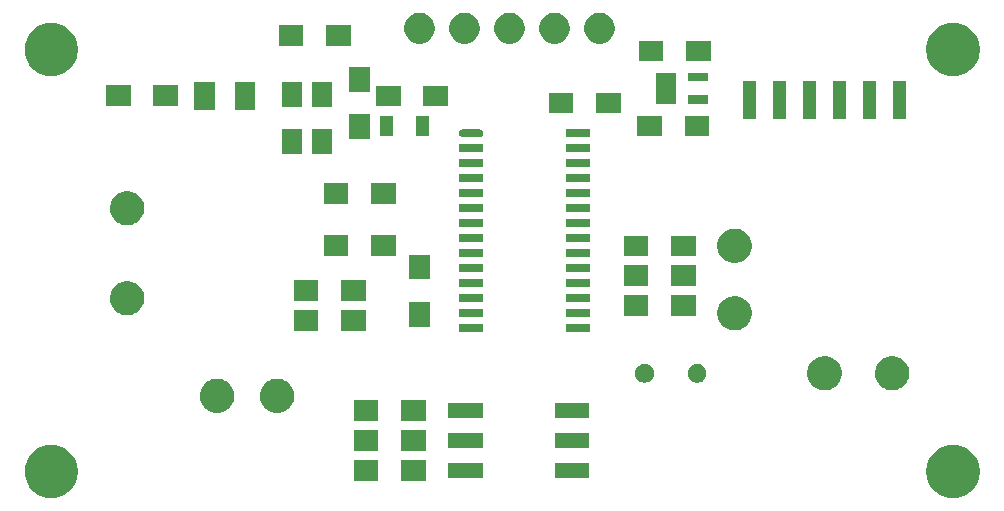
<source format=gbr>
G04 #@! TF.GenerationSoftware,KiCad,Pcbnew,5.0.2+dfsg1-1*
G04 #@! TF.CreationDate,2019-12-13T09:40:21+01:00*
G04 #@! TF.ProjectId,tof_sensor,746f665f-7365-46e7-936f-722e6b696361,1.0*
G04 #@! TF.SameCoordinates,Original*
G04 #@! TF.FileFunction,Soldermask,Top*
G04 #@! TF.FilePolarity,Negative*
%FSLAX46Y46*%
G04 Gerber Fmt 4.6, Leading zero omitted, Abs format (unit mm)*
G04 Created by KiCad (PCBNEW 5.0.2+dfsg1-1) date ven 13 déc 2019 09:40:21 CET*
%MOMM*%
%LPD*%
G01*
G04 APERTURE LIST*
%ADD10C,0.100000*%
G04 APERTURE END LIST*
D10*
G36*
X192793445Y-99446254D02*
X193141593Y-99515504D01*
X193551249Y-99685189D01*
X193919929Y-99931534D01*
X194233466Y-100245071D01*
X194479811Y-100613751D01*
X194649496Y-101023407D01*
X194700336Y-101279000D01*
X194736000Y-101458294D01*
X194736000Y-101901706D01*
X194718746Y-101988445D01*
X194649496Y-102336593D01*
X194479811Y-102746249D01*
X194233466Y-103114929D01*
X193919929Y-103428466D01*
X193551249Y-103674811D01*
X193141593Y-103844496D01*
X192793445Y-103913746D01*
X192706706Y-103931000D01*
X192263294Y-103931000D01*
X192176555Y-103913746D01*
X191828407Y-103844496D01*
X191418751Y-103674811D01*
X191050071Y-103428466D01*
X190736534Y-103114929D01*
X190490189Y-102746249D01*
X190320504Y-102336593D01*
X190251254Y-101988445D01*
X190234000Y-101901706D01*
X190234000Y-101458294D01*
X190269664Y-101279000D01*
X190320504Y-101023407D01*
X190490189Y-100613751D01*
X190736534Y-100245071D01*
X191050071Y-99931534D01*
X191418751Y-99685189D01*
X191828407Y-99515504D01*
X192176555Y-99446254D01*
X192263294Y-99429000D01*
X192706706Y-99429000D01*
X192793445Y-99446254D01*
X192793445Y-99446254D01*
G37*
G36*
X116433445Y-99446254D02*
X116781593Y-99515504D01*
X117191249Y-99685189D01*
X117559929Y-99931534D01*
X117873466Y-100245071D01*
X118119811Y-100613751D01*
X118289496Y-101023407D01*
X118340336Y-101279000D01*
X118376000Y-101458294D01*
X118376000Y-101901706D01*
X118358746Y-101988445D01*
X118289496Y-102336593D01*
X118119811Y-102746249D01*
X117873466Y-103114929D01*
X117559929Y-103428466D01*
X117191249Y-103674811D01*
X116781593Y-103844496D01*
X116433445Y-103913746D01*
X116346706Y-103931000D01*
X115903294Y-103931000D01*
X115816555Y-103913746D01*
X115468407Y-103844496D01*
X115058751Y-103674811D01*
X114690071Y-103428466D01*
X114376534Y-103114929D01*
X114130189Y-102746249D01*
X113960504Y-102336593D01*
X113891254Y-101988445D01*
X113874000Y-101901706D01*
X113874000Y-101458294D01*
X113909664Y-101279000D01*
X113960504Y-101023407D01*
X114130189Y-100613751D01*
X114376534Y-100245071D01*
X114690071Y-99931534D01*
X115058751Y-99685189D01*
X115468407Y-99515504D01*
X115816555Y-99446254D01*
X115903294Y-99429000D01*
X116346706Y-99429000D01*
X116433445Y-99446254D01*
X116433445Y-99446254D01*
G37*
G36*
X143831000Y-102501000D02*
X141729000Y-102501000D01*
X141729000Y-100699000D01*
X143831000Y-100699000D01*
X143831000Y-102501000D01*
X143831000Y-102501000D01*
G37*
G36*
X147831000Y-102501000D02*
X145729000Y-102501000D01*
X145729000Y-100699000D01*
X147831000Y-100699000D01*
X147831000Y-102501000D01*
X147831000Y-102501000D01*
G37*
G36*
X161691000Y-102216000D02*
X158749000Y-102216000D01*
X158749000Y-100984000D01*
X161691000Y-100984000D01*
X161691000Y-102216000D01*
X161691000Y-102216000D01*
G37*
G36*
X152691000Y-102216000D02*
X149749000Y-102216000D01*
X149749000Y-100984000D01*
X152691000Y-100984000D01*
X152691000Y-102216000D01*
X152691000Y-102216000D01*
G37*
G36*
X147831000Y-99961000D02*
X145729000Y-99961000D01*
X145729000Y-98159000D01*
X147831000Y-98159000D01*
X147831000Y-99961000D01*
X147831000Y-99961000D01*
G37*
G36*
X143831000Y-99961000D02*
X141729000Y-99961000D01*
X141729000Y-98159000D01*
X143831000Y-98159000D01*
X143831000Y-99961000D01*
X143831000Y-99961000D01*
G37*
G36*
X161691000Y-99676000D02*
X158749000Y-99676000D01*
X158749000Y-98444000D01*
X161691000Y-98444000D01*
X161691000Y-99676000D01*
X161691000Y-99676000D01*
G37*
G36*
X152691000Y-99676000D02*
X149749000Y-99676000D01*
X149749000Y-98444000D01*
X152691000Y-98444000D01*
X152691000Y-99676000D01*
X152691000Y-99676000D01*
G37*
G36*
X147831000Y-97421000D02*
X145729000Y-97421000D01*
X145729000Y-95619000D01*
X147831000Y-95619000D01*
X147831000Y-97421000D01*
X147831000Y-97421000D01*
G37*
G36*
X143831000Y-97421000D02*
X141729000Y-97421000D01*
X141729000Y-95619000D01*
X143831000Y-95619000D01*
X143831000Y-97421000D01*
X143831000Y-97421000D01*
G37*
G36*
X152691000Y-97136000D02*
X149749000Y-97136000D01*
X149749000Y-95904000D01*
X152691000Y-95904000D01*
X152691000Y-97136000D01*
X152691000Y-97136000D01*
G37*
G36*
X161691000Y-97136000D02*
X158749000Y-97136000D01*
X158749000Y-95904000D01*
X161691000Y-95904000D01*
X161691000Y-97136000D01*
X161691000Y-97136000D01*
G37*
G36*
X130598238Y-93854760D02*
X130598240Y-93854761D01*
X130598241Y-93854761D01*
X130862306Y-93964140D01*
X130964323Y-94032306D01*
X131099962Y-94122937D01*
X131302063Y-94325038D01*
X131302065Y-94325041D01*
X131460860Y-94562694D01*
X131557498Y-94796000D01*
X131570240Y-94826762D01*
X131626000Y-95107088D01*
X131626000Y-95392912D01*
X131581029Y-95619000D01*
X131570239Y-95673241D01*
X131460860Y-95937306D01*
X131460859Y-95937307D01*
X131302063Y-96174962D01*
X131099962Y-96377063D01*
X131099959Y-96377065D01*
X130862306Y-96535860D01*
X130598241Y-96645239D01*
X130598240Y-96645239D01*
X130598238Y-96645240D01*
X130317912Y-96701000D01*
X130032088Y-96701000D01*
X129751762Y-96645240D01*
X129751760Y-96645239D01*
X129751759Y-96645239D01*
X129487694Y-96535860D01*
X129250041Y-96377065D01*
X129250038Y-96377063D01*
X129047937Y-96174962D01*
X128889141Y-95937307D01*
X128889140Y-95937306D01*
X128779761Y-95673241D01*
X128768972Y-95619000D01*
X128724000Y-95392912D01*
X128724000Y-95107088D01*
X128779760Y-94826762D01*
X128792502Y-94796000D01*
X128889140Y-94562694D01*
X129047935Y-94325041D01*
X129047937Y-94325038D01*
X129250038Y-94122937D01*
X129385677Y-94032306D01*
X129487694Y-93964140D01*
X129751759Y-93854761D01*
X129751760Y-93854761D01*
X129751762Y-93854760D01*
X130032088Y-93799000D01*
X130317912Y-93799000D01*
X130598238Y-93854760D01*
X130598238Y-93854760D01*
G37*
G36*
X135678238Y-93854760D02*
X135678240Y-93854761D01*
X135678241Y-93854761D01*
X135942306Y-93964140D01*
X136044323Y-94032306D01*
X136179962Y-94122937D01*
X136382063Y-94325038D01*
X136382065Y-94325041D01*
X136540860Y-94562694D01*
X136637498Y-94796000D01*
X136650240Y-94826762D01*
X136706000Y-95107088D01*
X136706000Y-95392912D01*
X136661029Y-95619000D01*
X136650239Y-95673241D01*
X136540860Y-95937306D01*
X136540859Y-95937307D01*
X136382063Y-96174962D01*
X136179962Y-96377063D01*
X136179959Y-96377065D01*
X135942306Y-96535860D01*
X135678241Y-96645239D01*
X135678240Y-96645239D01*
X135678238Y-96645240D01*
X135397912Y-96701000D01*
X135112088Y-96701000D01*
X134831762Y-96645240D01*
X134831760Y-96645239D01*
X134831759Y-96645239D01*
X134567694Y-96535860D01*
X134330041Y-96377065D01*
X134330038Y-96377063D01*
X134127937Y-96174962D01*
X133969141Y-95937307D01*
X133969140Y-95937306D01*
X133859761Y-95673241D01*
X133848972Y-95619000D01*
X133804000Y-95392912D01*
X133804000Y-95107088D01*
X133859760Y-94826762D01*
X133872502Y-94796000D01*
X133969140Y-94562694D01*
X134127935Y-94325041D01*
X134127937Y-94325038D01*
X134330038Y-94122937D01*
X134465677Y-94032306D01*
X134567694Y-93964140D01*
X134831759Y-93854761D01*
X134831760Y-93854761D01*
X134831762Y-93854760D01*
X135112088Y-93799000D01*
X135397912Y-93799000D01*
X135678238Y-93854760D01*
X135678238Y-93854760D01*
G37*
G36*
X187748238Y-91949760D02*
X187748240Y-91949761D01*
X187748241Y-91949761D01*
X188012306Y-92059140D01*
X188012307Y-92059141D01*
X188249962Y-92217937D01*
X188452063Y-92420038D01*
X188452065Y-92420041D01*
X188610860Y-92657694D01*
X188720239Y-92921759D01*
X188720240Y-92921762D01*
X188776000Y-93202088D01*
X188776000Y-93487912D01*
X188728957Y-93724416D01*
X188720239Y-93768241D01*
X188610860Y-94032306D01*
X188550302Y-94122937D01*
X188452063Y-94269962D01*
X188249962Y-94472063D01*
X188249959Y-94472065D01*
X188012306Y-94630860D01*
X187748241Y-94740239D01*
X187748240Y-94740239D01*
X187748238Y-94740240D01*
X187467912Y-94796000D01*
X187182088Y-94796000D01*
X186901762Y-94740240D01*
X186901760Y-94740239D01*
X186901759Y-94740239D01*
X186637694Y-94630860D01*
X186400041Y-94472065D01*
X186400038Y-94472063D01*
X186197937Y-94269962D01*
X186099698Y-94122937D01*
X186039140Y-94032306D01*
X185929761Y-93768241D01*
X185921044Y-93724416D01*
X185874000Y-93487912D01*
X185874000Y-93202088D01*
X185929760Y-92921762D01*
X185929761Y-92921759D01*
X186039140Y-92657694D01*
X186197935Y-92420041D01*
X186197937Y-92420038D01*
X186400038Y-92217937D01*
X186637693Y-92059141D01*
X186637694Y-92059140D01*
X186901759Y-91949761D01*
X186901760Y-91949761D01*
X186901762Y-91949760D01*
X187182088Y-91894000D01*
X187467912Y-91894000D01*
X187748238Y-91949760D01*
X187748238Y-91949760D01*
G37*
G36*
X182033238Y-91949760D02*
X182033240Y-91949761D01*
X182033241Y-91949761D01*
X182297306Y-92059140D01*
X182297307Y-92059141D01*
X182534962Y-92217937D01*
X182737063Y-92420038D01*
X182737065Y-92420041D01*
X182895860Y-92657694D01*
X183005239Y-92921759D01*
X183005240Y-92921762D01*
X183061000Y-93202088D01*
X183061000Y-93487912D01*
X183013957Y-93724416D01*
X183005239Y-93768241D01*
X182895860Y-94032306D01*
X182835302Y-94122937D01*
X182737063Y-94269962D01*
X182534962Y-94472063D01*
X182534959Y-94472065D01*
X182297306Y-94630860D01*
X182033241Y-94740239D01*
X182033240Y-94740239D01*
X182033238Y-94740240D01*
X181752912Y-94796000D01*
X181467088Y-94796000D01*
X181186762Y-94740240D01*
X181186760Y-94740239D01*
X181186759Y-94740239D01*
X180922694Y-94630860D01*
X180685041Y-94472065D01*
X180685038Y-94472063D01*
X180482937Y-94269962D01*
X180384698Y-94122937D01*
X180324140Y-94032306D01*
X180214761Y-93768241D01*
X180206044Y-93724416D01*
X180159000Y-93487912D01*
X180159000Y-93202088D01*
X180214760Y-92921762D01*
X180214761Y-92921759D01*
X180324140Y-92657694D01*
X180482935Y-92420041D01*
X180482937Y-92420038D01*
X180685038Y-92217937D01*
X180922693Y-92059141D01*
X180922694Y-92059140D01*
X181186759Y-91949761D01*
X181186760Y-91949761D01*
X181186762Y-91949760D01*
X181467088Y-91894000D01*
X181752912Y-91894000D01*
X182033238Y-91949760D01*
X182033238Y-91949760D01*
G37*
G36*
X171048643Y-92574781D02*
X171194415Y-92635162D01*
X171325611Y-92722824D01*
X171437176Y-92834389D01*
X171524838Y-92965585D01*
X171585219Y-93111357D01*
X171616000Y-93266107D01*
X171616000Y-93423893D01*
X171585219Y-93578643D01*
X171524838Y-93724415D01*
X171437176Y-93855611D01*
X171325611Y-93967176D01*
X171194415Y-94054838D01*
X171048643Y-94115219D01*
X170893893Y-94146000D01*
X170736107Y-94146000D01*
X170581357Y-94115219D01*
X170435585Y-94054838D01*
X170304389Y-93967176D01*
X170192824Y-93855611D01*
X170105162Y-93724415D01*
X170044781Y-93578643D01*
X170014000Y-93423893D01*
X170014000Y-93266107D01*
X170044781Y-93111357D01*
X170105162Y-92965585D01*
X170192824Y-92834389D01*
X170304389Y-92722824D01*
X170435585Y-92635162D01*
X170581357Y-92574781D01*
X170736107Y-92544000D01*
X170893893Y-92544000D01*
X171048643Y-92574781D01*
X171048643Y-92574781D01*
G37*
G36*
X166603643Y-92574781D02*
X166749415Y-92635162D01*
X166880611Y-92722824D01*
X166992176Y-92834389D01*
X167079838Y-92965585D01*
X167140219Y-93111357D01*
X167171000Y-93266107D01*
X167171000Y-93423893D01*
X167140219Y-93578643D01*
X167079838Y-93724415D01*
X166992176Y-93855611D01*
X166880611Y-93967176D01*
X166749415Y-94054838D01*
X166603643Y-94115219D01*
X166448893Y-94146000D01*
X166291107Y-94146000D01*
X166136357Y-94115219D01*
X165990585Y-94054838D01*
X165859389Y-93967176D01*
X165747824Y-93855611D01*
X165660162Y-93724415D01*
X165599781Y-93578643D01*
X165569000Y-93423893D01*
X165569000Y-93266107D01*
X165599781Y-93111357D01*
X165660162Y-92965585D01*
X165747824Y-92834389D01*
X165859389Y-92722824D01*
X165990585Y-92635162D01*
X166136357Y-92574781D01*
X166291107Y-92544000D01*
X166448893Y-92544000D01*
X166603643Y-92574781D01*
X166603643Y-92574781D01*
G37*
G36*
X152730400Y-89865400D02*
X150647200Y-89865400D01*
X150647200Y-89204600D01*
X152730400Y-89204600D01*
X152730400Y-89865400D01*
X152730400Y-89865400D01*
G37*
G36*
X161772800Y-89865400D02*
X159689600Y-89865400D01*
X159689600Y-89204600D01*
X161772800Y-89204600D01*
X161772800Y-89865400D01*
X161772800Y-89865400D01*
G37*
G36*
X142751000Y-89801000D02*
X140649000Y-89801000D01*
X140649000Y-87999000D01*
X142751000Y-87999000D01*
X142751000Y-89801000D01*
X142751000Y-89801000D01*
G37*
G36*
X138751000Y-89801000D02*
X136649000Y-89801000D01*
X136649000Y-87999000D01*
X138751000Y-87999000D01*
X138751000Y-89801000D01*
X138751000Y-89801000D01*
G37*
G36*
X174413238Y-86869760D02*
X174413240Y-86869761D01*
X174413241Y-86869761D01*
X174677306Y-86979140D01*
X174677307Y-86979141D01*
X174914962Y-87137937D01*
X175117063Y-87340038D01*
X175117065Y-87340041D01*
X175275860Y-87577694D01*
X175319192Y-87682307D01*
X175385240Y-87841762D01*
X175441000Y-88122088D01*
X175441000Y-88407912D01*
X175403707Y-88595400D01*
X175385239Y-88688241D01*
X175275860Y-88952306D01*
X175275859Y-88952307D01*
X175117063Y-89189962D01*
X174914962Y-89392063D01*
X174914959Y-89392065D01*
X174677306Y-89550860D01*
X174413241Y-89660239D01*
X174413240Y-89660239D01*
X174413238Y-89660240D01*
X174132912Y-89716000D01*
X173847088Y-89716000D01*
X173566762Y-89660240D01*
X173566760Y-89660239D01*
X173566759Y-89660239D01*
X173302694Y-89550860D01*
X173065041Y-89392065D01*
X173065038Y-89392063D01*
X172862937Y-89189962D01*
X172704141Y-88952307D01*
X172704140Y-88952306D01*
X172594761Y-88688241D01*
X172576294Y-88595400D01*
X172539000Y-88407912D01*
X172539000Y-88122088D01*
X172594760Y-87841762D01*
X172660808Y-87682307D01*
X172704140Y-87577694D01*
X172862935Y-87340041D01*
X172862937Y-87340038D01*
X173065038Y-87137937D01*
X173302693Y-86979141D01*
X173302694Y-86979140D01*
X173566759Y-86869761D01*
X173566760Y-86869761D01*
X173566762Y-86869760D01*
X173847088Y-86814000D01*
X174132912Y-86814000D01*
X174413238Y-86869760D01*
X174413238Y-86869760D01*
G37*
G36*
X148171000Y-89411000D02*
X146469000Y-89411000D01*
X146469000Y-87309000D01*
X148171000Y-87309000D01*
X148171000Y-89411000D01*
X148171000Y-89411000D01*
G37*
G36*
X161772800Y-88595400D02*
X159689600Y-88595400D01*
X159689600Y-87934600D01*
X161772800Y-87934600D01*
X161772800Y-88595400D01*
X161772800Y-88595400D01*
G37*
G36*
X152730400Y-88595400D02*
X150647200Y-88595400D01*
X150647200Y-87934600D01*
X152730400Y-87934600D01*
X152730400Y-88595400D01*
X152730400Y-88595400D01*
G37*
G36*
X166691000Y-88531000D02*
X164589000Y-88531000D01*
X164589000Y-86729000D01*
X166691000Y-86729000D01*
X166691000Y-88531000D01*
X166691000Y-88531000D01*
G37*
G36*
X170691000Y-88531000D02*
X168589000Y-88531000D01*
X168589000Y-86729000D01*
X170691000Y-86729000D01*
X170691000Y-88531000D01*
X170691000Y-88531000D01*
G37*
G36*
X122978238Y-85599760D02*
X122978240Y-85599761D01*
X122978241Y-85599761D01*
X123242306Y-85709140D01*
X123242307Y-85709141D01*
X123479962Y-85867937D01*
X123682063Y-86070038D01*
X123682065Y-86070041D01*
X123840860Y-86307694D01*
X123950239Y-86571759D01*
X123950240Y-86571762D01*
X124006000Y-86852088D01*
X124006000Y-87137912D01*
X123968707Y-87325400D01*
X123950239Y-87418241D01*
X123840860Y-87682306D01*
X123840859Y-87682307D01*
X123682063Y-87919962D01*
X123479962Y-88122063D01*
X123479959Y-88122065D01*
X123242306Y-88280860D01*
X122978241Y-88390239D01*
X122978240Y-88390239D01*
X122978238Y-88390240D01*
X122697912Y-88446000D01*
X122412088Y-88446000D01*
X122131762Y-88390240D01*
X122131760Y-88390239D01*
X122131759Y-88390239D01*
X121867694Y-88280860D01*
X121630041Y-88122065D01*
X121630038Y-88122063D01*
X121427937Y-87919962D01*
X121269141Y-87682307D01*
X121269140Y-87682306D01*
X121159761Y-87418241D01*
X121141294Y-87325400D01*
X121104000Y-87137912D01*
X121104000Y-86852088D01*
X121159760Y-86571762D01*
X121159761Y-86571759D01*
X121269140Y-86307694D01*
X121427935Y-86070041D01*
X121427937Y-86070038D01*
X121630038Y-85867937D01*
X121867693Y-85709141D01*
X121867694Y-85709140D01*
X122131759Y-85599761D01*
X122131760Y-85599761D01*
X122131762Y-85599760D01*
X122412088Y-85544000D01*
X122697912Y-85544000D01*
X122978238Y-85599760D01*
X122978238Y-85599760D01*
G37*
G36*
X152730400Y-87325400D02*
X150647200Y-87325400D01*
X150647200Y-86664600D01*
X152730400Y-86664600D01*
X152730400Y-87325400D01*
X152730400Y-87325400D01*
G37*
G36*
X161772800Y-87325400D02*
X159689600Y-87325400D01*
X159689600Y-86664600D01*
X161772800Y-86664600D01*
X161772800Y-87325400D01*
X161772800Y-87325400D01*
G37*
G36*
X142751000Y-87261000D02*
X140649000Y-87261000D01*
X140649000Y-85459000D01*
X142751000Y-85459000D01*
X142751000Y-87261000D01*
X142751000Y-87261000D01*
G37*
G36*
X138751000Y-87261000D02*
X136649000Y-87261000D01*
X136649000Y-85459000D01*
X138751000Y-85459000D01*
X138751000Y-87261000D01*
X138751000Y-87261000D01*
G37*
G36*
X152730400Y-86055400D02*
X150647200Y-86055400D01*
X150647200Y-85394600D01*
X152730400Y-85394600D01*
X152730400Y-86055400D01*
X152730400Y-86055400D01*
G37*
G36*
X161772800Y-86055400D02*
X159689600Y-86055400D01*
X159689600Y-85394600D01*
X161772800Y-85394600D01*
X161772800Y-86055400D01*
X161772800Y-86055400D01*
G37*
G36*
X166691000Y-85991000D02*
X164589000Y-85991000D01*
X164589000Y-84189000D01*
X166691000Y-84189000D01*
X166691000Y-85991000D01*
X166691000Y-85991000D01*
G37*
G36*
X170691000Y-85991000D02*
X168589000Y-85991000D01*
X168589000Y-84189000D01*
X170691000Y-84189000D01*
X170691000Y-85991000D01*
X170691000Y-85991000D01*
G37*
G36*
X148171000Y-85411000D02*
X146469000Y-85411000D01*
X146469000Y-83309000D01*
X148171000Y-83309000D01*
X148171000Y-85411000D01*
X148171000Y-85411000D01*
G37*
G36*
X161772800Y-84785400D02*
X159689600Y-84785400D01*
X159689600Y-84124600D01*
X161772800Y-84124600D01*
X161772800Y-84785400D01*
X161772800Y-84785400D01*
G37*
G36*
X152730400Y-84785400D02*
X150647200Y-84785400D01*
X150647200Y-84124600D01*
X152730400Y-84124600D01*
X152730400Y-84785400D01*
X152730400Y-84785400D01*
G37*
G36*
X174413238Y-81154760D02*
X174413240Y-81154761D01*
X174413241Y-81154761D01*
X174677306Y-81264140D01*
X174677307Y-81264141D01*
X174914962Y-81422937D01*
X175117063Y-81625038D01*
X175117065Y-81625041D01*
X175275860Y-81862694D01*
X175385239Y-82126759D01*
X175441000Y-82407089D01*
X175441000Y-82692911D01*
X175385239Y-82973241D01*
X175275860Y-83237306D01*
X175275859Y-83237307D01*
X175117063Y-83474962D01*
X174914962Y-83677063D01*
X174914959Y-83677065D01*
X174677306Y-83835860D01*
X174413241Y-83945239D01*
X174413240Y-83945239D01*
X174413238Y-83945240D01*
X174132912Y-84001000D01*
X173847088Y-84001000D01*
X173566762Y-83945240D01*
X173566760Y-83945239D01*
X173566759Y-83945239D01*
X173302694Y-83835860D01*
X173065041Y-83677065D01*
X173065038Y-83677063D01*
X172862937Y-83474962D01*
X172704141Y-83237307D01*
X172704140Y-83237306D01*
X172594761Y-82973241D01*
X172539000Y-82692911D01*
X172539000Y-82407089D01*
X172594761Y-82126759D01*
X172704140Y-81862694D01*
X172862935Y-81625041D01*
X172862937Y-81625038D01*
X173065038Y-81422937D01*
X173302693Y-81264141D01*
X173302694Y-81264140D01*
X173566759Y-81154761D01*
X173566760Y-81154761D01*
X173566762Y-81154760D01*
X173847088Y-81099000D01*
X174132912Y-81099000D01*
X174413238Y-81154760D01*
X174413238Y-81154760D01*
G37*
G36*
X152730400Y-83515400D02*
X150647200Y-83515400D01*
X150647200Y-82854600D01*
X152730400Y-82854600D01*
X152730400Y-83515400D01*
X152730400Y-83515400D01*
G37*
G36*
X161772800Y-83515400D02*
X159689600Y-83515400D01*
X159689600Y-82854600D01*
X161772800Y-82854600D01*
X161772800Y-83515400D01*
X161772800Y-83515400D01*
G37*
G36*
X141291000Y-83451000D02*
X139189000Y-83451000D01*
X139189000Y-81649000D01*
X141291000Y-81649000D01*
X141291000Y-83451000D01*
X141291000Y-83451000D01*
G37*
G36*
X145291000Y-83451000D02*
X143189000Y-83451000D01*
X143189000Y-81649000D01*
X145291000Y-81649000D01*
X145291000Y-83451000D01*
X145291000Y-83451000D01*
G37*
G36*
X170691000Y-83401000D02*
X168589000Y-83401000D01*
X168589000Y-81699000D01*
X170691000Y-81699000D01*
X170691000Y-83401000D01*
X170691000Y-83401000D01*
G37*
G36*
X166691000Y-83401000D02*
X164589000Y-83401000D01*
X164589000Y-81699000D01*
X166691000Y-81699000D01*
X166691000Y-83401000D01*
X166691000Y-83401000D01*
G37*
G36*
X161772800Y-82245400D02*
X159689600Y-82245400D01*
X159689600Y-81584600D01*
X161772800Y-81584600D01*
X161772800Y-82245400D01*
X161772800Y-82245400D01*
G37*
G36*
X152730400Y-82245400D02*
X150647200Y-82245400D01*
X150647200Y-81584600D01*
X152730400Y-81584600D01*
X152730400Y-82245400D01*
X152730400Y-82245400D01*
G37*
G36*
X152730400Y-80975400D02*
X150647200Y-80975400D01*
X150647200Y-80314600D01*
X152730400Y-80314600D01*
X152730400Y-80975400D01*
X152730400Y-80975400D01*
G37*
G36*
X161772800Y-80975400D02*
X159689600Y-80975400D01*
X159689600Y-80314600D01*
X161772800Y-80314600D01*
X161772800Y-80975400D01*
X161772800Y-80975400D01*
G37*
G36*
X122978238Y-77979760D02*
X122978240Y-77979761D01*
X122978241Y-77979761D01*
X123242306Y-78089140D01*
X123242307Y-78089141D01*
X123479962Y-78247937D01*
X123682063Y-78450038D01*
X123682065Y-78450041D01*
X123840860Y-78687694D01*
X123950239Y-78951759D01*
X123950240Y-78951762D01*
X124006000Y-79232088D01*
X124006000Y-79517912D01*
X123968707Y-79705400D01*
X123950239Y-79798241D01*
X123840860Y-80062306D01*
X123840859Y-80062307D01*
X123682063Y-80299962D01*
X123479962Y-80502063D01*
X123479959Y-80502065D01*
X123242306Y-80660860D01*
X122978241Y-80770239D01*
X122978240Y-80770239D01*
X122978238Y-80770240D01*
X122697912Y-80826000D01*
X122412088Y-80826000D01*
X122131762Y-80770240D01*
X122131760Y-80770239D01*
X122131759Y-80770239D01*
X121867694Y-80660860D01*
X121630041Y-80502065D01*
X121630038Y-80502063D01*
X121427937Y-80299962D01*
X121269141Y-80062307D01*
X121269140Y-80062306D01*
X121159761Y-79798241D01*
X121141294Y-79705400D01*
X121104000Y-79517912D01*
X121104000Y-79232088D01*
X121159760Y-78951762D01*
X121159761Y-78951759D01*
X121269140Y-78687694D01*
X121427935Y-78450041D01*
X121427937Y-78450038D01*
X121630038Y-78247937D01*
X121867693Y-78089141D01*
X121867694Y-78089140D01*
X122131759Y-77979761D01*
X122131760Y-77979761D01*
X122131762Y-77979760D01*
X122412088Y-77924000D01*
X122697912Y-77924000D01*
X122978238Y-77979760D01*
X122978238Y-77979760D01*
G37*
G36*
X152730400Y-79705400D02*
X150647200Y-79705400D01*
X150647200Y-79044600D01*
X152730400Y-79044600D01*
X152730400Y-79705400D01*
X152730400Y-79705400D01*
G37*
G36*
X161772800Y-79705400D02*
X159689600Y-79705400D01*
X159689600Y-79044600D01*
X161772800Y-79044600D01*
X161772800Y-79705400D01*
X161772800Y-79705400D01*
G37*
G36*
X145291000Y-79006000D02*
X143189000Y-79006000D01*
X143189000Y-77204000D01*
X145291000Y-77204000D01*
X145291000Y-79006000D01*
X145291000Y-79006000D01*
G37*
G36*
X141291000Y-79006000D02*
X139189000Y-79006000D01*
X139189000Y-77204000D01*
X141291000Y-77204000D01*
X141291000Y-79006000D01*
X141291000Y-79006000D01*
G37*
G36*
X161772800Y-78435400D02*
X159689600Y-78435400D01*
X159689600Y-77774600D01*
X161772800Y-77774600D01*
X161772800Y-78435400D01*
X161772800Y-78435400D01*
G37*
G36*
X152730400Y-78435400D02*
X150647200Y-78435400D01*
X150647200Y-77774600D01*
X152730400Y-77774600D01*
X152730400Y-78435400D01*
X152730400Y-78435400D01*
G37*
G36*
X161772800Y-77165400D02*
X159689600Y-77165400D01*
X159689600Y-76504600D01*
X161772800Y-76504600D01*
X161772800Y-77165400D01*
X161772800Y-77165400D01*
G37*
G36*
X152730400Y-77165400D02*
X150647200Y-77165400D01*
X150647200Y-76504600D01*
X152730400Y-76504600D01*
X152730400Y-77165400D01*
X152730400Y-77165400D01*
G37*
G36*
X152730400Y-75895400D02*
X150647200Y-75895400D01*
X150647200Y-75234600D01*
X152730400Y-75234600D01*
X152730400Y-75895400D01*
X152730400Y-75895400D01*
G37*
G36*
X161772800Y-75895400D02*
X159689600Y-75895400D01*
X159689600Y-75234600D01*
X161772800Y-75234600D01*
X161772800Y-75895400D01*
X161772800Y-75895400D01*
G37*
G36*
X139916000Y-74806000D02*
X138214000Y-74806000D01*
X138214000Y-72704000D01*
X139916000Y-72704000D01*
X139916000Y-74806000D01*
X139916000Y-74806000D01*
G37*
G36*
X137376000Y-74806000D02*
X135674000Y-74806000D01*
X135674000Y-72704000D01*
X137376000Y-72704000D01*
X137376000Y-74806000D01*
X137376000Y-74806000D01*
G37*
G36*
X161772800Y-74625400D02*
X159689600Y-74625400D01*
X159689600Y-73964600D01*
X161772800Y-73964600D01*
X161772800Y-74625400D01*
X161772800Y-74625400D01*
G37*
G36*
X152730400Y-74625400D02*
X150647200Y-74625400D01*
X150647200Y-73964600D01*
X152730400Y-73964600D01*
X152730400Y-74625400D01*
X152730400Y-74625400D01*
G37*
G36*
X143141000Y-73536000D02*
X141339000Y-73536000D01*
X141339000Y-71434000D01*
X143141000Y-71434000D01*
X143141000Y-73536000D01*
X143141000Y-73536000D01*
G37*
G36*
X152432407Y-72696194D02*
X152464770Y-72699381D01*
X152510845Y-72713358D01*
X152527054Y-72718275D01*
X152584446Y-72748951D01*
X152634758Y-72790242D01*
X152676049Y-72840554D01*
X152706725Y-72897946D01*
X152706726Y-72897950D01*
X152725619Y-72960230D01*
X152731998Y-73025000D01*
X152725619Y-73089770D01*
X152711642Y-73135845D01*
X152706725Y-73152054D01*
X152676049Y-73209446D01*
X152634758Y-73259758D01*
X152584446Y-73301049D01*
X152527054Y-73331725D01*
X152510845Y-73336642D01*
X152464770Y-73350619D01*
X152432407Y-73353806D01*
X152416226Y-73355400D01*
X150961374Y-73355400D01*
X150945193Y-73353806D01*
X150912830Y-73350619D01*
X150866755Y-73336642D01*
X150850546Y-73331725D01*
X150793154Y-73301049D01*
X150742842Y-73259758D01*
X150701551Y-73209446D01*
X150670875Y-73152054D01*
X150665958Y-73135845D01*
X150651981Y-73089770D01*
X150645602Y-73025000D01*
X150651981Y-72960230D01*
X150670874Y-72897950D01*
X150670875Y-72897946D01*
X150701551Y-72840554D01*
X150742842Y-72790242D01*
X150793154Y-72748951D01*
X150850546Y-72718275D01*
X150866755Y-72713358D01*
X150912830Y-72699381D01*
X150945193Y-72696194D01*
X150961374Y-72694600D01*
X152416226Y-72694600D01*
X152432407Y-72696194D01*
X152432407Y-72696194D01*
G37*
G36*
X161772800Y-73355400D02*
X159689600Y-73355400D01*
X159689600Y-72694600D01*
X161772800Y-72694600D01*
X161772800Y-73355400D01*
X161772800Y-73355400D01*
G37*
G36*
X171866000Y-73241000D02*
X169764000Y-73241000D01*
X169764000Y-71539000D01*
X171866000Y-71539000D01*
X171866000Y-73241000D01*
X171866000Y-73241000D01*
G37*
G36*
X167866000Y-73241000D02*
X165764000Y-73241000D01*
X165764000Y-71539000D01*
X167866000Y-71539000D01*
X167866000Y-73241000D01*
X167866000Y-73241000D01*
G37*
G36*
X148101000Y-73241000D02*
X146999000Y-73241000D01*
X146999000Y-71539000D01*
X148101000Y-71539000D01*
X148101000Y-73241000D01*
X148101000Y-73241000D01*
G37*
G36*
X145101000Y-73241000D02*
X143999000Y-73241000D01*
X143999000Y-71539000D01*
X145101000Y-71539000D01*
X145101000Y-73241000D01*
X145101000Y-73241000D01*
G37*
G36*
X178351000Y-71806000D02*
X177249000Y-71806000D01*
X177249000Y-68604000D01*
X178351000Y-68604000D01*
X178351000Y-71806000D01*
X178351000Y-71806000D01*
G37*
G36*
X180891000Y-71806000D02*
X179789000Y-71806000D01*
X179789000Y-68604000D01*
X180891000Y-68604000D01*
X180891000Y-71806000D01*
X180891000Y-71806000D01*
G37*
G36*
X183431000Y-71806000D02*
X182329000Y-71806000D01*
X182329000Y-68604000D01*
X183431000Y-68604000D01*
X183431000Y-71806000D01*
X183431000Y-71806000D01*
G37*
G36*
X188511000Y-71806000D02*
X187409000Y-71806000D01*
X187409000Y-68604000D01*
X188511000Y-68604000D01*
X188511000Y-71806000D01*
X188511000Y-71806000D01*
G37*
G36*
X175811000Y-71806000D02*
X174709000Y-71806000D01*
X174709000Y-68604000D01*
X175811000Y-68604000D01*
X175811000Y-71806000D01*
X175811000Y-71806000D01*
G37*
G36*
X185971000Y-71806000D02*
X184869000Y-71806000D01*
X184869000Y-68604000D01*
X185971000Y-68604000D01*
X185971000Y-71806000D01*
X185971000Y-71806000D01*
G37*
G36*
X164341000Y-71336000D02*
X162239000Y-71336000D01*
X162239000Y-69634000D01*
X164341000Y-69634000D01*
X164341000Y-71336000D01*
X164341000Y-71336000D01*
G37*
G36*
X160341000Y-71336000D02*
X158239000Y-71336000D01*
X158239000Y-69634000D01*
X160341000Y-69634000D01*
X160341000Y-71336000D01*
X160341000Y-71336000D01*
G37*
G36*
X133361000Y-71026000D02*
X131659000Y-71026000D01*
X131659000Y-68674000D01*
X133361000Y-68674000D01*
X133361000Y-71026000D01*
X133361000Y-71026000D01*
G37*
G36*
X129961000Y-71026000D02*
X128259000Y-71026000D01*
X128259000Y-68674000D01*
X129961000Y-68674000D01*
X129961000Y-71026000D01*
X129961000Y-71026000D01*
G37*
G36*
X139916000Y-70806000D02*
X138214000Y-70806000D01*
X138214000Y-68704000D01*
X139916000Y-68704000D01*
X139916000Y-70806000D01*
X139916000Y-70806000D01*
G37*
G36*
X137376000Y-70806000D02*
X135674000Y-70806000D01*
X135674000Y-68704000D01*
X137376000Y-68704000D01*
X137376000Y-70806000D01*
X137376000Y-70806000D01*
G37*
G36*
X126876000Y-70751000D02*
X124774000Y-70751000D01*
X124774000Y-68949000D01*
X126876000Y-68949000D01*
X126876000Y-70751000D01*
X126876000Y-70751000D01*
G37*
G36*
X122876000Y-70751000D02*
X120774000Y-70751000D01*
X120774000Y-68949000D01*
X122876000Y-68949000D01*
X122876000Y-70751000D01*
X122876000Y-70751000D01*
G37*
G36*
X149736000Y-70701000D02*
X147634000Y-70701000D01*
X147634000Y-68999000D01*
X149736000Y-68999000D01*
X149736000Y-70701000D01*
X149736000Y-70701000D01*
G37*
G36*
X145736000Y-70701000D02*
X143634000Y-70701000D01*
X143634000Y-68999000D01*
X145736000Y-68999000D01*
X145736000Y-70701000D01*
X145736000Y-70701000D01*
G37*
G36*
X171726000Y-70541000D02*
X170064000Y-70541000D01*
X170064000Y-69789000D01*
X171726000Y-69789000D01*
X171726000Y-70541000D01*
X171726000Y-70541000D01*
G37*
G36*
X169026000Y-70541000D02*
X167364000Y-70541000D01*
X167364000Y-67889000D01*
X169026000Y-67889000D01*
X169026000Y-70541000D01*
X169026000Y-70541000D01*
G37*
G36*
X143141000Y-69536000D02*
X141339000Y-69536000D01*
X141339000Y-67434000D01*
X143141000Y-67434000D01*
X143141000Y-69536000D01*
X143141000Y-69536000D01*
G37*
G36*
X171726000Y-68641000D02*
X170064000Y-68641000D01*
X170064000Y-67889000D01*
X171726000Y-67889000D01*
X171726000Y-68641000D01*
X171726000Y-68641000D01*
G37*
G36*
X116433445Y-63726254D02*
X116781593Y-63795504D01*
X117191249Y-63965189D01*
X117559929Y-64211534D01*
X117873466Y-64525071D01*
X118119811Y-64893751D01*
X118289496Y-65303407D01*
X118315806Y-65435680D01*
X118376000Y-65738294D01*
X118376000Y-66181706D01*
X118358746Y-66268445D01*
X118289496Y-66616593D01*
X118119811Y-67026249D01*
X117873466Y-67394929D01*
X117559929Y-67708466D01*
X117191249Y-67954811D01*
X116781593Y-68124496D01*
X116433445Y-68193746D01*
X116346706Y-68211000D01*
X115903294Y-68211000D01*
X115816555Y-68193746D01*
X115468407Y-68124496D01*
X115058751Y-67954811D01*
X114690071Y-67708466D01*
X114376534Y-67394929D01*
X114130189Y-67026249D01*
X113960504Y-66616593D01*
X113891254Y-66268445D01*
X113874000Y-66181706D01*
X113874000Y-65738294D01*
X113934194Y-65435680D01*
X113960504Y-65303407D01*
X114130189Y-64893751D01*
X114376534Y-64525071D01*
X114690071Y-64211534D01*
X115058751Y-63965189D01*
X115468407Y-63795504D01*
X115816555Y-63726254D01*
X115903294Y-63709000D01*
X116346706Y-63709000D01*
X116433445Y-63726254D01*
X116433445Y-63726254D01*
G37*
G36*
X192793445Y-63726254D02*
X193141593Y-63795504D01*
X193551249Y-63965189D01*
X193919929Y-64211534D01*
X194233466Y-64525071D01*
X194479811Y-64893751D01*
X194649496Y-65303407D01*
X194675806Y-65435680D01*
X194736000Y-65738294D01*
X194736000Y-66181706D01*
X194718746Y-66268445D01*
X194649496Y-66616593D01*
X194479811Y-67026249D01*
X194233466Y-67394929D01*
X193919929Y-67708466D01*
X193551249Y-67954811D01*
X193141593Y-68124496D01*
X192793445Y-68193746D01*
X192706706Y-68211000D01*
X192263294Y-68211000D01*
X192176555Y-68193746D01*
X191828407Y-68124496D01*
X191418751Y-67954811D01*
X191050071Y-67708466D01*
X190736534Y-67394929D01*
X190490189Y-67026249D01*
X190320504Y-66616593D01*
X190251254Y-66268445D01*
X190234000Y-66181706D01*
X190234000Y-65738294D01*
X190294194Y-65435680D01*
X190320504Y-65303407D01*
X190490189Y-64893751D01*
X190736534Y-64525071D01*
X191050071Y-64211534D01*
X191418751Y-63965189D01*
X191828407Y-63795504D01*
X192176555Y-63726254D01*
X192263294Y-63709000D01*
X192706706Y-63709000D01*
X192793445Y-63726254D01*
X192793445Y-63726254D01*
G37*
G36*
X171961000Y-66891000D02*
X169859000Y-66891000D01*
X169859000Y-65189000D01*
X171961000Y-65189000D01*
X171961000Y-66891000D01*
X171961000Y-66891000D01*
G37*
G36*
X167961000Y-66891000D02*
X165859000Y-66891000D01*
X165859000Y-65189000D01*
X167961000Y-65189000D01*
X167961000Y-66891000D01*
X167961000Y-66891000D01*
G37*
G36*
X137481000Y-65671000D02*
X135379000Y-65671000D01*
X135379000Y-63869000D01*
X137481000Y-63869000D01*
X137481000Y-65671000D01*
X137481000Y-65671000D01*
G37*
G36*
X141481000Y-65671000D02*
X139379000Y-65671000D01*
X139379000Y-63869000D01*
X141481000Y-63869000D01*
X141481000Y-65671000D01*
X141481000Y-65671000D01*
G37*
G36*
X151509393Y-62884304D02*
X151746102Y-62982352D01*
X151959138Y-63124698D01*
X152140302Y-63305862D01*
X152282648Y-63518898D01*
X152380696Y-63755607D01*
X152430680Y-64006893D01*
X152430680Y-64263107D01*
X152380696Y-64514393D01*
X152282648Y-64751102D01*
X152140302Y-64964138D01*
X151959138Y-65145302D01*
X151746102Y-65287648D01*
X151509393Y-65385696D01*
X151258107Y-65435680D01*
X151001893Y-65435680D01*
X150750607Y-65385696D01*
X150513898Y-65287648D01*
X150300862Y-65145302D01*
X150119698Y-64964138D01*
X149977352Y-64751102D01*
X149879304Y-64514393D01*
X149829320Y-64263107D01*
X149829320Y-64006893D01*
X149879304Y-63755607D01*
X149977352Y-63518898D01*
X150119698Y-63305862D01*
X150300862Y-63124698D01*
X150513898Y-62982352D01*
X150750607Y-62884304D01*
X151001893Y-62834320D01*
X151258107Y-62834320D01*
X151509393Y-62884304D01*
X151509393Y-62884304D01*
G37*
G36*
X162939393Y-62884304D02*
X163176102Y-62982352D01*
X163389138Y-63124698D01*
X163570302Y-63305862D01*
X163712648Y-63518898D01*
X163810696Y-63755607D01*
X163860680Y-64006893D01*
X163860680Y-64263107D01*
X163810696Y-64514393D01*
X163712648Y-64751102D01*
X163570302Y-64964138D01*
X163389138Y-65145302D01*
X163176102Y-65287648D01*
X162939393Y-65385696D01*
X162688107Y-65435680D01*
X162431893Y-65435680D01*
X162180607Y-65385696D01*
X161943898Y-65287648D01*
X161730862Y-65145302D01*
X161549698Y-64964138D01*
X161407352Y-64751102D01*
X161309304Y-64514393D01*
X161259320Y-64263107D01*
X161259320Y-64006893D01*
X161309304Y-63755607D01*
X161407352Y-63518898D01*
X161549698Y-63305862D01*
X161730862Y-63124698D01*
X161943898Y-62982352D01*
X162180607Y-62884304D01*
X162431893Y-62834320D01*
X162688107Y-62834320D01*
X162939393Y-62884304D01*
X162939393Y-62884304D01*
G37*
G36*
X159129393Y-62884304D02*
X159366102Y-62982352D01*
X159579138Y-63124698D01*
X159760302Y-63305862D01*
X159902648Y-63518898D01*
X160000696Y-63755607D01*
X160050680Y-64006893D01*
X160050680Y-64263107D01*
X160000696Y-64514393D01*
X159902648Y-64751102D01*
X159760302Y-64964138D01*
X159579138Y-65145302D01*
X159366102Y-65287648D01*
X159129393Y-65385696D01*
X158878107Y-65435680D01*
X158621893Y-65435680D01*
X158370607Y-65385696D01*
X158133898Y-65287648D01*
X157920862Y-65145302D01*
X157739698Y-64964138D01*
X157597352Y-64751102D01*
X157499304Y-64514393D01*
X157449320Y-64263107D01*
X157449320Y-64006893D01*
X157499304Y-63755607D01*
X157597352Y-63518898D01*
X157739698Y-63305862D01*
X157920862Y-63124698D01*
X158133898Y-62982352D01*
X158370607Y-62884304D01*
X158621893Y-62834320D01*
X158878107Y-62834320D01*
X159129393Y-62884304D01*
X159129393Y-62884304D01*
G37*
G36*
X155319393Y-62884304D02*
X155556102Y-62982352D01*
X155769138Y-63124698D01*
X155950302Y-63305862D01*
X156092648Y-63518898D01*
X156190696Y-63755607D01*
X156240680Y-64006893D01*
X156240680Y-64263107D01*
X156190696Y-64514393D01*
X156092648Y-64751102D01*
X155950302Y-64964138D01*
X155769138Y-65145302D01*
X155556102Y-65287648D01*
X155319393Y-65385696D01*
X155068107Y-65435680D01*
X154811893Y-65435680D01*
X154560607Y-65385696D01*
X154323898Y-65287648D01*
X154110862Y-65145302D01*
X153929698Y-64964138D01*
X153787352Y-64751102D01*
X153689304Y-64514393D01*
X153639320Y-64263107D01*
X153639320Y-64006893D01*
X153689304Y-63755607D01*
X153787352Y-63518898D01*
X153929698Y-63305862D01*
X154110862Y-63124698D01*
X154323898Y-62982352D01*
X154560607Y-62884304D01*
X154811893Y-62834320D01*
X155068107Y-62834320D01*
X155319393Y-62884304D01*
X155319393Y-62884304D01*
G37*
G36*
X147699393Y-62884304D02*
X147936102Y-62982352D01*
X148149138Y-63124698D01*
X148330302Y-63305862D01*
X148472648Y-63518898D01*
X148570696Y-63755607D01*
X148620680Y-64006893D01*
X148620680Y-64263107D01*
X148570696Y-64514393D01*
X148472648Y-64751102D01*
X148330302Y-64964138D01*
X148149138Y-65145302D01*
X147936102Y-65287648D01*
X147699393Y-65385696D01*
X147448107Y-65435680D01*
X147191893Y-65435680D01*
X146940607Y-65385696D01*
X146703898Y-65287648D01*
X146490862Y-65145302D01*
X146309698Y-64964138D01*
X146167352Y-64751102D01*
X146069304Y-64514393D01*
X146019320Y-64263107D01*
X146019320Y-64006893D01*
X146069304Y-63755607D01*
X146167352Y-63518898D01*
X146309698Y-63305862D01*
X146490862Y-63124698D01*
X146703898Y-62982352D01*
X146940607Y-62884304D01*
X147191893Y-62834320D01*
X147448107Y-62834320D01*
X147699393Y-62884304D01*
X147699393Y-62884304D01*
G37*
M02*

</source>
